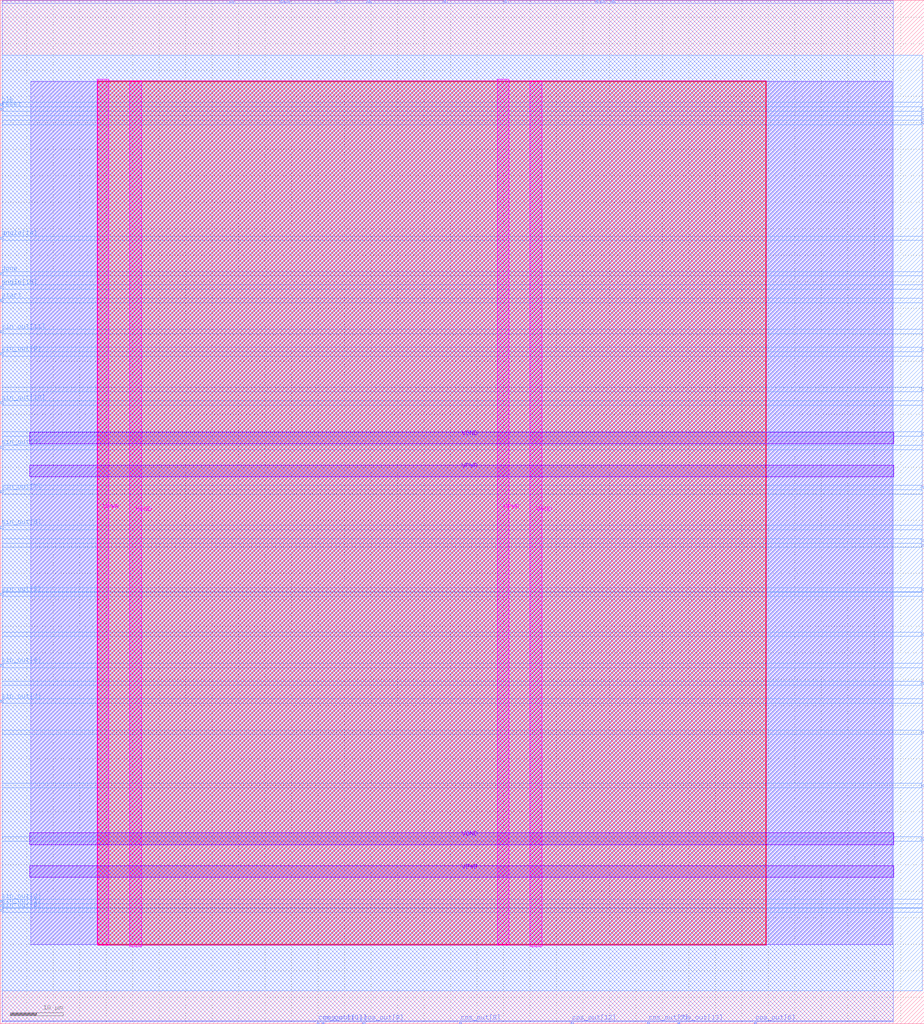
<source format=lef>
VERSION 5.7 ;
  NOWIREEXTENSIONATPIN ON ;
  DIVIDERCHAR "/" ;
  BUSBITCHARS "[]" ;
MACRO cordic
  CLASS BLOCK ;
  FOREIGN cordic ;
  ORIGIN 0.000 0.000 ;
  SIZE 174.480 BY 193.200 ;
  PIN VGND
    DIRECTION INOUT ;
    USE GROUND ;
    PORT
      LAYER TopMetal1 ;
        RECT 24.460 14.490 26.660 177.880 ;
    END
    PORT
      LAYER TopMetal1 ;
        RECT 100.060 14.490 102.260 177.880 ;
    END
    PORT
      LAYER TopMetal2 ;
        RECT 5.540 33.820 168.700 36.020 ;
    END
    PORT
      LAYER TopMetal2 ;
        RECT 5.540 109.420 168.700 111.620 ;
    END
  END VGND
  PIN VPWR
    DIRECTION INOUT ;
    USE POWER ;
    PORT
      LAYER TopMetal1 ;
        RECT 18.260 14.900 20.460 178.290 ;
    END
    PORT
      LAYER TopMetal1 ;
        RECT 93.860 14.900 96.060 178.290 ;
    END
    PORT
      LAYER TopMetal2 ;
        RECT 5.540 27.620 168.700 29.820 ;
    END
    PORT
      LAYER TopMetal2 ;
        RECT 5.540 103.220 168.700 105.420 ;
    END
  END VPWR
  PIN angle[0]
    DIRECTION INPUT ;
    USE SIGNAL ;
    ANTENNAGATEAREA 0.180700 ;
    PORT
      LAYER Metal2 ;
        RECT 43.480 192.800 43.880 193.200 ;
    END
  END angle[0]
  PIN angle[10]
    DIRECTION INPUT ;
    USE SIGNAL ;
    ANTENNAGATEAREA 0.180700 ;
    PORT
      LAYER Metal2 ;
        RECT 113.560 192.800 113.960 193.200 ;
    END
  END angle[10]
  PIN angle[11]
    DIRECTION INPUT ;
    USE SIGNAL ;
    ANTENNAGATEAREA 0.180700 ;
    PORT
      LAYER Metal2 ;
        RECT 115.480 192.800 115.880 193.200 ;
    END
  END angle[11]
  PIN angle[12]
    DIRECTION INPUT ;
    USE SIGNAL ;
    ANTENNAGATEAREA 0.180700 ;
    PORT
      LAYER Metal2 ;
        RECT 63.640 192.800 64.040 193.200 ;
    END
  END angle[12]
  PIN angle[13]
    DIRECTION INPUT ;
    USE SIGNAL ;
    ANTENNAGATEAREA 0.180700 ;
    PORT
      LAYER Metal2 ;
        RECT 53.080 192.800 53.480 193.200 ;
    END
  END angle[13]
  PIN angle[14]
    DIRECTION INPUT ;
    USE SIGNAL ;
    ANTENNAGATEAREA 0.180700 ;
    PORT
      LAYER Metal3 ;
        RECT 0.000 148.060 0.400 148.460 ;
    END
  END angle[14]
  PIN angle[15]
    DIRECTION INPUT ;
    USE SIGNAL ;
    ANTENNAGATEAREA 0.180700 ;
    PORT
      LAYER Metal3 ;
        RECT 0.000 138.820 0.400 139.220 ;
    END
  END angle[15]
  PIN angle[1]
    DIRECTION INPUT ;
    USE SIGNAL ;
    ANTENNAGATEAREA 0.180700 ;
    PORT
      LAYER Metal2 ;
        RECT 54.040 192.800 54.440 193.200 ;
    END
  END angle[1]
  PIN angle[2]
    DIRECTION INPUT ;
    USE SIGNAL ;
    ANTENNAGATEAREA 0.180700 ;
    PORT
      LAYER Metal2 ;
        RECT 69.400 192.800 69.800 193.200 ;
    END
  END angle[2]
  PIN angle[3]
    DIRECTION INPUT ;
    USE SIGNAL ;
    ANTENNAGATEAREA 0.180700 ;
    PORT
      LAYER Metal2 ;
        RECT 83.800 192.800 84.200 193.200 ;
    END
  END angle[3]
  PIN angle[4]
    DIRECTION INPUT ;
    USE SIGNAL ;
    ANTENNAGATEAREA 0.180700 ;
    PORT
      LAYER Metal2 ;
        RECT 95.320 192.800 95.720 193.200 ;
    END
  END angle[4]
  PIN angle[5]
    DIRECTION INPUT ;
    USE SIGNAL ;
    ANTENNAGATEAREA 0.180700 ;
    PORT
      LAYER Metal2 ;
        RECT 112.600 192.800 113.000 193.200 ;
    END
  END angle[5]
  PIN angle[6]
    DIRECTION INPUT ;
    USE SIGNAL ;
    ANTENNAGATEAREA 0.180700 ;
    PORT
      LAYER Metal3 ;
        RECT 174.080 172.420 174.480 172.820 ;
    END
  END angle[6]
  PIN angle[7]
    DIRECTION INPUT ;
    USE SIGNAL ;
    ANTENNAGATEAREA 0.180700 ;
    PORT
      LAYER Metal3 ;
        RECT 174.080 169.900 174.480 170.300 ;
    END
  END angle[7]
  PIN angle[8]
    DIRECTION INPUT ;
    USE SIGNAL ;
    ANTENNAGATEAREA 0.180700 ;
    PORT
      LAYER Metal3 ;
        RECT 174.080 171.580 174.480 171.980 ;
    END
  END angle[8]
  PIN angle[9]
    DIRECTION INPUT ;
    USE SIGNAL ;
    ANTENNAGATEAREA 0.180700 ;
    PORT
      LAYER Metal3 ;
        RECT 174.080 170.740 174.480 171.140 ;
    END
  END angle[9]
  PIN clk
    DIRECTION INPUT ;
    USE SIGNAL ;
    ANTENNAGATEAREA 0.725400 ;
    PORT
      LAYER Metal3 ;
        RECT 0.000 173.260 0.400 173.660 ;
    END
  END clk
  PIN cos_out[0]
    DIRECTION OUTPUT ;
    USE SIGNAL ;
    ANTENNADIFFAREA 0.708600 ;
    PORT
      LAYER Metal3 ;
        RECT 174.080 81.700 174.480 82.100 ;
    END
  END cos_out[0]
  PIN cos_out[10]
    DIRECTION OUTPUT ;
    USE SIGNAL ;
    ANTENNADIFFAREA 0.708600 ;
    PORT
      LAYER Metal2 ;
        RECT 59.800 0.000 60.200 0.400 ;
    END
  END cos_out[10]
  PIN cos_out[11]
    DIRECTION OUTPUT ;
    USE SIGNAL ;
    ANTENNADIFFAREA 0.708600 ;
    PORT
      LAYER Metal2 ;
        RECT 60.760 0.000 61.160 0.400 ;
    END
  END cos_out[11]
  PIN cos_out[12]
    DIRECTION OUTPUT ;
    USE SIGNAL ;
    ANTENNADIFFAREA 0.708600 ;
    PORT
      LAYER Metal2 ;
        RECT 107.800 0.000 108.200 0.400 ;
    END
  END cos_out[12]
  PIN cos_out[13]
    DIRECTION OUTPUT ;
    USE SIGNAL ;
    ANTENNADIFFAREA 0.708600 ;
    PORT
      LAYER Metal2 ;
        RECT 127.960 0.000 128.360 0.400 ;
    END
  END cos_out[13]
  PIN cos_out[14]
    DIRECTION OUTPUT ;
    USE SIGNAL ;
    ANTENNADIFFAREA 0.708600 ;
    PORT
      LAYER Metal3 ;
        RECT 174.080 90.100 174.480 90.500 ;
    END
  END cos_out[14]
  PIN cos_out[15]
    DIRECTION OUTPUT ;
    USE SIGNAL ;
    ANTENNADIFFAREA 0.708600 ;
    PORT
      LAYER Metal3 ;
        RECT 174.080 101.020 174.480 101.420 ;
    END
  END cos_out[15]
  PIN cos_out[1]
    DIRECTION OUTPUT ;
    USE SIGNAL ;
    ANTENNADIFFAREA 0.708600 ;
    PORT
      LAYER Metal3 ;
        RECT 174.080 73.300 174.480 73.700 ;
    END
  END cos_out[1]
  PIN cos_out[2]
    DIRECTION OUTPUT ;
    USE SIGNAL ;
    ANTENNADIFFAREA 0.708600 ;
    PORT
      LAYER Metal3 ;
        RECT 174.080 64.060 174.480 64.460 ;
    END
  END cos_out[2]
  PIN cos_out[3]
    DIRECTION OUTPUT ;
    USE SIGNAL ;
    ANTENNADIFFAREA 0.708600 ;
    PORT
      LAYER Metal3 ;
        RECT 174.080 54.820 174.480 55.220 ;
    END
  END cos_out[3]
  PIN cos_out[4]
    DIRECTION OUTPUT ;
    USE SIGNAL ;
    ANTENNADIFFAREA 0.708600 ;
    PORT
      LAYER Metal3 ;
        RECT 174.080 44.740 174.480 45.140 ;
    END
  END cos_out[4]
  PIN cos_out[5]
    DIRECTION OUTPUT ;
    USE SIGNAL ;
    ANTENNADIFFAREA 0.708600 ;
    PORT
      LAYER Metal3 ;
        RECT 174.080 34.660 174.480 35.060 ;
    END
  END cos_out[5]
  PIN cos_out[6]
    DIRECTION OUTPUT ;
    USE SIGNAL ;
    ANTENNADIFFAREA 0.708600 ;
    PORT
      LAYER Metal2 ;
        RECT 142.360 0.000 142.760 0.400 ;
    END
  END cos_out[6]
  PIN cos_out[7]
    DIRECTION OUTPUT ;
    USE SIGNAL ;
    ANTENNADIFFAREA 0.708600 ;
    PORT
      LAYER Metal2 ;
        RECT 122.200 0.000 122.600 0.400 ;
    END
  END cos_out[7]
  PIN cos_out[8]
    DIRECTION OUTPUT ;
    USE SIGNAL ;
    ANTENNADIFFAREA 0.708600 ;
    PORT
      LAYER Metal2 ;
        RECT 86.680 0.000 87.080 0.400 ;
    END
  END cos_out[8]
  PIN cos_out[9]
    DIRECTION OUTPUT ;
    USE SIGNAL ;
    ANTENNADIFFAREA 0.708600 ;
    PORT
      LAYER Metal2 ;
        RECT 68.440 0.000 68.840 0.400 ;
    END
  END cos_out[9]
  PIN done
    DIRECTION OUTPUT ;
    USE SIGNAL ;
    ANTENNADIFFAREA 0.708600 ;
    PORT
      LAYER Metal3 ;
        RECT 0.000 141.340 0.400 141.740 ;
    END
  END done
  PIN reset
    DIRECTION INPUT ;
    USE SIGNAL ;
    ANTENNAGATEAREA 1.450800 ;
    PORT
      LAYER Metal3 ;
        RECT 0.000 172.420 0.400 172.820 ;
    END
  END reset
  PIN sin_out[0]
    DIRECTION OUTPUT ;
    USE SIGNAL ;
    ANTENNADIFFAREA 0.708600 ;
    PORT
      LAYER Metal3 ;
        RECT 0.000 21.220 0.400 21.620 ;
    END
  END sin_out[0]
  PIN sin_out[10]
    DIRECTION OUTPUT ;
    USE SIGNAL ;
    ANTENNADIFFAREA 0.708600 ;
    PORT
      LAYER Metal3 ;
        RECT 0.000 116.980 0.400 117.380 ;
    END
  END sin_out[10]
  PIN sin_out[11]
    DIRECTION OUTPUT ;
    USE SIGNAL ;
    ANTENNADIFFAREA 0.708600 ;
    PORT
      LAYER Metal3 ;
        RECT 0.000 130.420 0.400 130.820 ;
    END
  END sin_out[11]
  PIN sin_out[12]
    DIRECTION OUTPUT ;
    USE SIGNAL ;
    ANTENNADIFFAREA 0.708600 ;
    PORT
      LAYER Metal3 ;
        RECT 174.080 127.060 174.480 127.460 ;
    END
  END sin_out[12]
  PIN sin_out[13]
    DIRECTION OUTPUT ;
    USE SIGNAL ;
    ANTENNADIFFAREA 0.708600 ;
    PORT
      LAYER Metal3 ;
        RECT 174.080 119.500 174.480 119.900 ;
    END
  END sin_out[13]
  PIN sin_out[14]
    DIRECTION OUTPUT ;
    USE SIGNAL ;
    ANTENNADIFFAREA 0.708600 ;
    PORT
      LAYER Metal3 ;
        RECT 174.080 111.100 174.480 111.500 ;
    END
  END sin_out[14]
  PIN sin_out[15]
    DIRECTION OUTPUT ;
    USE SIGNAL ;
    ANTENNADIFFAREA 0.708600 ;
    PORT
      LAYER Metal3 ;
        RECT 174.080 90.940 174.480 91.340 ;
    END
  END sin_out[15]
  PIN sin_out[1]
    DIRECTION OUTPUT ;
    USE SIGNAL ;
    ANTENNADIFFAREA 0.708600 ;
    PORT
      LAYER Metal3 ;
        RECT 0.000 22.060 0.400 22.460 ;
    END
  END sin_out[1]
  PIN sin_out[2]
    DIRECTION OUTPUT ;
    USE SIGNAL ;
    ANTENNADIFFAREA 0.708600 ;
    PORT
      LAYER Metal3 ;
        RECT 0.000 22.900 0.400 23.300 ;
    END
  END sin_out[2]
  PIN sin_out[3]
    DIRECTION OUTPUT ;
    USE SIGNAL ;
    ANTENNADIFFAREA 0.708600 ;
    PORT
      LAYER Metal3 ;
        RECT 0.000 60.700 0.400 61.100 ;
    END
  END sin_out[3]
  PIN sin_out[4]
    DIRECTION OUTPUT ;
    USE SIGNAL ;
    ANTENNADIFFAREA 0.708600 ;
    PORT
      LAYER Metal3 ;
        RECT 0.000 67.420 0.400 67.820 ;
    END
  END sin_out[4]
  PIN sin_out[5]
    DIRECTION OUTPUT ;
    USE SIGNAL ;
    ANTENNADIFFAREA 0.708600 ;
    PORT
      LAYER Metal3 ;
        RECT 0.000 80.860 0.400 81.260 ;
    END
  END sin_out[5]
  PIN sin_out[6]
    DIRECTION OUTPUT ;
    USE SIGNAL ;
    ANTENNADIFFAREA 0.708600 ;
    PORT
      LAYER Metal3 ;
        RECT 0.000 93.460 0.400 93.860 ;
    END
  END sin_out[6]
  PIN sin_out[7]
    DIRECTION OUTPUT ;
    USE SIGNAL ;
    ANTENNADIFFAREA 0.708600 ;
    PORT
      LAYER Metal3 ;
        RECT 0.000 100.180 0.400 100.580 ;
    END
  END sin_out[7]
  PIN sin_out[8]
    DIRECTION OUTPUT ;
    USE SIGNAL ;
    ANTENNADIFFAREA 0.708600 ;
    PORT
      LAYER Metal3 ;
        RECT 0.000 108.580 0.400 108.980 ;
    END
  END sin_out[8]
  PIN sin_out[9]
    DIRECTION OUTPUT ;
    USE SIGNAL ;
    ANTENNADIFFAREA 0.708600 ;
    PORT
      LAYER Metal3 ;
        RECT 0.000 126.220 0.400 126.620 ;
    END
  END sin_out[9]
  PIN start
    DIRECTION INPUT ;
    USE SIGNAL ;
    ANTENNAGATEAREA 0.180700 ;
    PORT
      LAYER Metal3 ;
        RECT 0.000 136.300 0.400 136.700 ;
    END
  END start
  OBS
      LAYER GatPoly ;
        RECT 5.760 14.970 168.480 177.810 ;
      LAYER Metal1 ;
        RECT 5.760 14.900 168.480 177.880 ;
      LAYER Metal2 ;
        RECT 0.375 192.590 43.270 193.100 ;
        RECT 44.090 192.590 52.870 193.100 ;
        RECT 53.690 192.590 53.830 193.100 ;
        RECT 54.650 192.590 63.430 193.100 ;
        RECT 64.250 192.590 69.190 193.100 ;
        RECT 70.010 192.590 83.590 193.100 ;
        RECT 84.410 192.590 95.110 193.100 ;
        RECT 95.930 192.590 112.390 193.100 ;
        RECT 113.210 192.590 113.350 193.100 ;
        RECT 114.170 192.590 115.270 193.100 ;
        RECT 116.090 192.590 168.585 193.100 ;
        RECT 0.375 0.610 168.585 192.590 ;
        RECT 0.375 0.400 59.590 0.610 ;
        RECT 60.410 0.400 60.550 0.610 ;
        RECT 61.370 0.400 68.230 0.610 ;
        RECT 69.050 0.400 86.470 0.610 ;
        RECT 87.290 0.400 107.590 0.610 ;
        RECT 108.410 0.400 121.990 0.610 ;
        RECT 122.810 0.400 127.750 0.610 ;
        RECT 128.570 0.400 142.150 0.610 ;
        RECT 142.970 0.400 168.585 0.610 ;
      LAYER Metal3 ;
        RECT 0.335 173.870 174.080 182.800 ;
        RECT 0.610 173.050 174.080 173.870 ;
        RECT 0.335 173.030 174.080 173.050 ;
        RECT 0.610 172.210 173.870 173.030 ;
        RECT 0.335 172.190 174.080 172.210 ;
        RECT 0.335 171.370 173.870 172.190 ;
        RECT 0.335 171.350 174.080 171.370 ;
        RECT 0.335 170.530 173.870 171.350 ;
        RECT 0.335 170.510 174.080 170.530 ;
        RECT 0.335 169.690 173.870 170.510 ;
        RECT 0.335 148.670 174.080 169.690 ;
        RECT 0.610 147.850 174.080 148.670 ;
        RECT 0.335 141.950 174.080 147.850 ;
        RECT 0.610 141.130 174.080 141.950 ;
        RECT 0.335 139.430 174.080 141.130 ;
        RECT 0.610 138.610 174.080 139.430 ;
        RECT 0.335 136.910 174.080 138.610 ;
        RECT 0.610 136.090 174.080 136.910 ;
        RECT 0.335 131.030 174.080 136.090 ;
        RECT 0.610 130.210 174.080 131.030 ;
        RECT 0.335 127.670 174.080 130.210 ;
        RECT 0.335 126.850 173.870 127.670 ;
        RECT 0.335 126.830 174.080 126.850 ;
        RECT 0.610 126.010 174.080 126.830 ;
        RECT 0.335 120.110 174.080 126.010 ;
        RECT 0.335 119.290 173.870 120.110 ;
        RECT 0.335 117.590 174.080 119.290 ;
        RECT 0.610 116.770 174.080 117.590 ;
        RECT 0.335 111.710 174.080 116.770 ;
        RECT 0.335 110.890 173.870 111.710 ;
        RECT 0.335 109.190 174.080 110.890 ;
        RECT 0.610 108.370 174.080 109.190 ;
        RECT 0.335 101.630 174.080 108.370 ;
        RECT 0.335 100.810 173.870 101.630 ;
        RECT 0.335 100.790 174.080 100.810 ;
        RECT 0.610 99.970 174.080 100.790 ;
        RECT 0.335 94.070 174.080 99.970 ;
        RECT 0.610 93.250 174.080 94.070 ;
        RECT 0.335 91.550 174.080 93.250 ;
        RECT 0.335 90.730 173.870 91.550 ;
        RECT 0.335 90.710 174.080 90.730 ;
        RECT 0.335 89.890 173.870 90.710 ;
        RECT 0.335 82.310 174.080 89.890 ;
        RECT 0.335 81.490 173.870 82.310 ;
        RECT 0.335 81.470 174.080 81.490 ;
        RECT 0.610 80.650 174.080 81.470 ;
        RECT 0.335 73.910 174.080 80.650 ;
        RECT 0.335 73.090 173.870 73.910 ;
        RECT 0.335 68.030 174.080 73.090 ;
        RECT 0.610 67.210 174.080 68.030 ;
        RECT 0.335 64.670 174.080 67.210 ;
        RECT 0.335 63.850 173.870 64.670 ;
        RECT 0.335 61.310 174.080 63.850 ;
        RECT 0.610 60.490 174.080 61.310 ;
        RECT 0.335 55.430 174.080 60.490 ;
        RECT 0.335 54.610 173.870 55.430 ;
        RECT 0.335 45.350 174.080 54.610 ;
        RECT 0.335 44.530 173.870 45.350 ;
        RECT 0.335 35.270 174.080 44.530 ;
        RECT 0.335 34.450 173.870 35.270 ;
        RECT 0.335 23.510 174.080 34.450 ;
        RECT 0.610 22.690 174.080 23.510 ;
        RECT 0.335 22.670 174.080 22.690 ;
        RECT 0.610 21.850 174.080 22.670 ;
        RECT 0.335 21.830 174.080 21.850 ;
        RECT 0.610 21.010 174.080 21.830 ;
        RECT 0.335 6.200 174.080 21.010 ;
      LAYER Metal4 ;
        RECT 18.440 14.975 144.585 177.805 ;
      LAYER Metal5 ;
        RECT 18.395 14.810 144.625 177.970 ;
  END
END cordic
END LIBRARY


</source>
